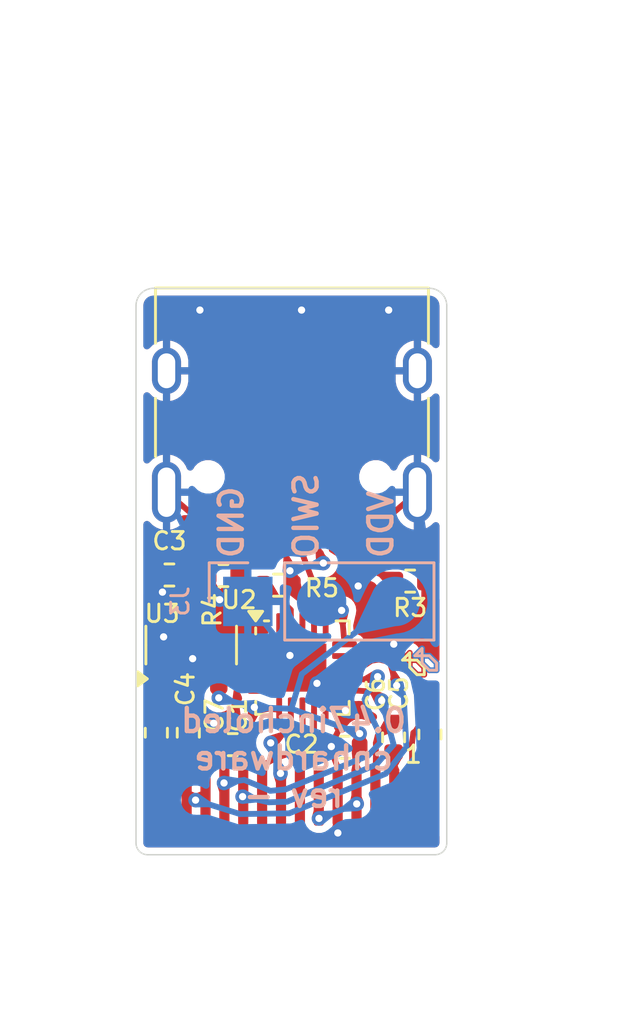
<source format=kicad_pcb>
(kicad_pcb (version 20240108) (generator "pcbnew") (generator_version "8.0")
  (layers (0 "F.Cu" signal) (31 "B.Cu" signal) (34 "B.Paste" user) (35 "F.Paste" user) (36 "B.SilkS" user "B.Silkscreen") (37 "F.SilkS" user "F.Silkscreen") (38 "B.Mask" user) (39 "F.Mask" user) (44 "Edge.Cuts" user))
  (net 0 "")
  (net 1 "VDD")
  (net 2 "GND")
  (net 3 "+5V")
  (net 4 "Net-(U1-VCC)")
  (net 5 "Net-(U1-C2N)")
  (net 6 "Net-(U1-C2P)")
  (net 7 "Net-(U1-C1P)")
  (net 8 "Net-(U1-C1N)")
  (net 9 "Net-(U1-VCOMH)")
  (net 10 "Net-(J2-CC2)")
  (net 11 "D+")
  (net 12 "D-")
  (net 13 "SBU1")
  (net 14 "Net-(J2-CC1)")
  (net 15 "SBU2")
  (net 16 "SWIO")
  (net 17 "DPU")
  (net 18 "SDA")
  (net 19 "CS")
  (net 20 "DC")
  (net 21 "RST")
  (net 22 "BS1")
  (net 23 "SCL")
  (footprint "Resistor_SMD:R_0402_1005Metric" (layer "F.Cu") (at 145.63 94.71)
    (property "Reference" "C1" (at 0.17 -1.01 90) (layer "F.SilkS") (effects (font (size 0.6 0.6) (thickness 0.1))))
    (property "Value" "1u")
    (fp_line (start -0.153641 -0.38) (end 0.153641 -0.38) (stroke (width 0.1)) (layer "F.SilkS"))
    (fp_line (start -0.153641 0.38) (end 0.153641 0.38) (stroke (width 0.1)) (layer "F.SilkS"))
    (pad "1" smd roundrect (at -0.51 0) (size 0.54 0.64) (layers "F.Cu" "F.Paste" "F.Mask") (net 2 "GND"))
    (pad "2" smd roundrect (at 0.51 0) (size 0.54 0.64) (layers "F.Cu" "F.Paste" "F.Mask") (net 1 "VDD"))
  )
  (footprint "Resistor_SMD:R_0402_1005Metric" (layer "F.Cu") (at 145.31 88.89 180)
    (property "Reference" "R4" (at 0.385 -1.185 90) (layer "F.SilkS") (effects (font (size 0.6 0.6) (thickness 0.1))))
    (property "Value" "5.1k")
    (fp_line (start -0.153641 0.38) (end 0.153641 0.38) (stroke (width 0.1)) (layer "F.SilkS"))
    (fp_line (start -0.153641 -0.38) (end 0.153641 -0.38) (stroke (width 0.1)) (layer "F.SilkS"))
    (pad "1" smd roundrect (at -0.51 0 180) (size 0.54 0.64) (layers "F.Cu" "F.Paste" "F.Mask") (net 10 "Net-(J2-CC2)"))
    (pad "2" smd roundrect (at 0.51 0 180) (size 0.54 0.64) (layers "F.Cu" "F.Paste" "F.Mask") (net 2 "GND"))
  )
  (footprint "Resistor_SMD:R_0402_1005Metric" (layer "F.Cu") (at 143.45 88.87)
    (property "Reference" "C3" (at 0 -1.17 360) (layer "F.SilkS") (effects (font (size 0.6 0.6) (thickness 0.1))))
    (property "Value" "4.7u")
    (fp_line (start -0.153641 -0.38) (end 0.153641 -0.38) (stroke (width 0.1)) (layer "F.SilkS"))
    (fp_line (start -0.153641 0.38) (end 0.153641 0.38) (stroke (width 0.1)) (layer "F.SilkS"))
    (pad "1" smd roundrect (at -0.51 0) (size 0.54 0.64) (layers "F.Cu" "F.Paste" "F.Mask") (net 2 "GND"))
    (pad "2" smd roundrect (at 0.51 0) (size 0.54 0.64) (layers "F.Cu" "F.Paste" "F.Mask") (net 3 "+5V"))
  )
  (footprint "Resistor_SMD:R_0402_1005Metric" (layer "F.Cu") (at 151.74 89.08)
    (property "Reference" "R3" (at 0 0.92 360) (layer "F.SilkS") (effects (font (size 0.6 0.6) (thickness 0.1))))
    (property "Value" "5.1k")
    (fp_line (start -0.153641 -0.38) (end 0.153641 -0.38) (stroke (width 0.1)) (layer "F.SilkS"))
    (fp_line (start -0.153641 0.38) (end 0.153641 0.38) (stroke (width 0.1)) (layer "F.SilkS"))
    (pad "1" smd roundrect (at -0.51 0) (size 0.54 0.64) (layers "F.Cu" "F.Paste" "F.Mask") (net 14 "Net-(J2-CC1)"))
    (pad "2" smd roundrect (at 0.51 0) (size 0.54 0.64) (layers "F.Cu" "F.Paste" "F.Mask") (net 2 "GND"))
  )
  (footprint "Resistor_SMD:R_0402_1005Metric" (layer "F.Cu") (at 144.1 94.3 90)
    (property "Reference" "C7" (at 0.6 0.9 90) (layer "F.SilkS") (effects (font (size 0.6 0.6) (thickness 0.1))))
    (property "Value" "1u")
    (fp_line (start -0.153641 -0.38) (end 0.153641 -0.38) (stroke (width 0.1)) (layer "F.SilkS"))
    (fp_line (start -0.153641 0.38) (end 0.153641 0.38) (stroke (width 0.1)) (layer "F.SilkS"))
    (pad "1" smd roundrect (at -0.51 0 90) (size 0.54 0.64) (layers "F.Cu" "F.Paste" "F.Mask") (net 9 "Net-(U1-VCOMH)"))
    (pad "2" smd roundrect (at 0.51 0 90) (size 0.54 0.64) (layers "F.Cu" "F.Paste" "F.Mask") (net 2 "GND"))
  )
  (footprint "Resistor_SMD:R_0402_1005Metric" (layer "F.Cu") (at 151.17 94.46 90)
    (property "Reference" "C6" (at 1.485 -0.62 90) (layer "F.SilkS") (effects (font (size 0.6 0.6) (thickness 0.1))))
    (property "Value" "1u")
    (fp_line (start -0.153641 -0.38) (end 0.153641 -0.38) (stroke (width 0.1)) (layer "F.SilkS"))
    (fp_line (start -0.153641 0.38) (end 0.153641 0.38) (stroke (width 0.1)) (layer "F.SilkS"))
    (pad "1" smd roundrect (at -0.51 0 90) (size 0.54 0.64) (layers "F.Cu" "F.Paste" "F.Mask") (net 7 "Net-(U1-C1P)"))
    (pad "2" smd roundrect (at 0.51 0 90) (size 0.54 0.64) (layers "F.Cu" "F.Paste" "F.Mask") (net 8 "Net-(U1-C1N)"))
  )
  (footprint "Resistor_SMD:R_0402_1005Metric" (layer "F.Cu") (at 152.42 94.36 -90)
    (property "Reference" "C5" (at -1.41 1.07 90) (layer "F.SilkS") (effects (font (size 0.6 0.6) (thickness 0.1))))
    (property "Value" "1u")
    (fp_line (start -0.153641 0.38) (end 0.153641 0.38) (stroke (width 0.1)) (layer "F.SilkS"))
    (fp_line (start -0.153641 -0.38) (end 0.153641 -0.38) (stroke (width 0.1)) (layer "F.SilkS"))
    (pad "1" smd roundrect (at -0.51 0 270) (size 0.54 0.64) (layers "F.Cu" "F.Paste" "F.Mask") (net 5 "Net-(U1-C2N)"))
    (pad "2" smd roundrect (at 0.51 0 270) (size 0.54 0.64) (layers "F.Cu" "F.Paste" "F.Mask") (net 6 "Net-(U1-C2P)"))
  )
  (footprint "Resistor_SMD:R_0402_1005Metric" (layer "F.Cu") (at 149.49 94.8)
    (property "Reference" "C2" (at -1.49 -0.1 360) (layer "F.SilkS") (effects (font (size 0.6 0.6) (thickness 0.1))))
    (property "Value" "1u")
    (fp_line (start -0.153641 -0.38) (end 0.153641 -0.38) (stroke (width 0.1)) (layer "F.SilkS"))
    (fp_line (start -0.153641 0.38) (end 0.153641 0.38) (stroke (width 0.1)) (layer "F.SilkS"))
    (pad "1" smd roundrect (at -0.51 0) (size 0.54 0.64) (layers "F.Cu" "F.Paste" "F.Mask") (net 2 "GND"))
    (pad "2" smd roundrect (at 0.51 0) (size 0.54 0.64) (layers "F.Cu" "F.Paste" "F.Mask") (net 1 "VDD"))
  )
  (footprint "cnhardware:P0.65mm_16_pin_OLED_FLEX_CONTACT" (layer "F.Cu") (at 142.7425 100.4 -90)
    (property "Reference" "U1" (hide yes))
    (property "Value" "~")
    (pad "1" smd roundrect (at -3.9 -9.75 270) (size 2 0.35) (layers "F.Cu" "F.Paste" "F.Mask") (net 6 "Net-(U1-C2P)"))
    (pad "2" smd roundrect (at -3.9 -9.1 270) (size 2 0.35) (layers "F.Cu" "F.Paste" "F.Mask") (net 5 "Net-(U1-C2N)"))
    (pad "3" smd roundrect (at -3.9 -8.45 270) (size 2 0.35) (layers "F.Cu" "F.Paste" "F.Mask") (net 7 "Net-(U1-C1P)"))
    (pad "4" smd roundrect (at -3.9 -7.8 270) (size 2 0.35) (layers "F.Cu" "F.Paste" "F.Mask") (net 8 "Net-(U1-C1N)"))
    (pad "5" smd roundrect (at -3.9 -7.15 270) (size 2 0.35) (layers "F.Cu" "F.Paste" "F.Mask") (net 1 "VDD"))
    (pad "6" smd roundrect (at -3.9 -6.5 270) (size 2 0.35) (layers "F.Cu" "F.Paste" "F.Mask") (net 2 "GND"))
    (pad "7" smd roundrect (at -3.9 -5.85 270) (size 2 0.35) (layers "F.Cu" "F.Paste" "F.Mask") (net 1 "VDD"))
    (pad "8" smd roundrect (at -3.9 -5.2 270) (size 2 0.35) (layers "F.Cu" "F.Paste" "F.Mask") (net 22 "BS1"))
    (pad "9" smd roundrect (at -3.9 -4.55 270) (size 2 0.35) (layers "F.Cu" "F.Paste" "F.Mask") (net 19 "CS"))
    (pad "10" smd roundrect (at -3.9 -3.9 270) (size 2 0.35) (layers "F.Cu" "F.Paste" "F.Mask") (net 21 "RST"))
    (pad "11" smd roundrect (at -3.9 -3.25 270) (size 2 0.35) (layers "F.Cu" "F.Paste" "F.Mask") (net 20 "DC"))
    (pad "12" smd roundrect (at -3.9 -2.6 270) (size 2 0.35) (layers "F.Cu" "F.Paste" "F.Mask") (net 23 "SCL"))
    (pad "13" smd roundrect (at -3.9 -1.95 270) (size 2 0.35) (layers "F.Cu" "F.Paste" "F.Mask") (net 18 "SDA"))
    (pad "14" smd roundrect (at -3.9 -1.3 270) (size 2 0.35) (layers "F.Cu" "F.Paste" "F.Mask") (net 18 "SDA"))
    (pad "15" smd roundrect (at -3.9 -0.65 270) (size 2 0.35) (layers "F.Cu" "F.Paste" "F.Mask") (net 9 "Net-(U1-VCOMH)"))
    (pad "16" smd roundrect (at -3.9 0 270) (size 2 0.35) (layers "F.Cu" "F.Paste" "F.Mask") (net 4 "Net-(U1-VCC)"))
  )
  (footprint "Package_DFN_QFN:QFN-20-1EP_3x3mm_P0.4mm_EP1.65x1.65mm" (layer "F.Cu") (at 148.03 92.06)
    (property "Reference" "U2" (at -2.18 -2.335 0) (layer "F.SilkS") (effects (font (size 0.6 0.6) (thickness 0.1))))
    (property "Value" "CH32V003F4U6")
    (fp_line (start -1.61 -1.16) (end -1.61 -1.37) (stroke (width 0.1)) (layer "F.SilkS"))
    (fp_line (start -1.61 1.61) (end -1.61 1.16) (stroke (width 0.1)) (layer "F.SilkS"))
    (fp_line (start -1.16 -1.61) (end -1.31 -1.61) (stroke (width 0.1)) (layer "F.SilkS"))
    (fp_line (start -1.16 1.61) (end -1.61 1.61) (stroke (width 0.1)) (layer "F.SilkS"))
    (fp_line (start 1.16 -1.61) (end 1.61 -1.61) (stroke (width 0.1)) (layer "F.SilkS"))
    (fp_line (start 1.16 1.61) (end 1.61 1.61) (stroke (width 0.1)) (layer "F.SilkS"))
    (fp_line (start 1.61 -1.61) (end 1.61 -1.16) (stroke (width 0.1)) (layer "F.SilkS"))
    (fp_line (start 1.61 1.61) (end 1.61 1.16) (stroke (width 0.1)) (layer "F.SilkS"))
    (fp_poly (pts (xy -1.61 -1.61) (xy -1.85 -1.94) (xy -1.37 -1.94) (xy -1.61 -1.61)) (stroke (width 0.1)) (fill solid) (layer "F.SilkS"))
    (pad "1" smd roundrect (at -1.45 -0.8) (size 0.85 0.2) (layers "F.Cu" "F.Paste" "F.Mask"))
    (pad "2" smd roundrect (at -1.45 -0.4) (size 0.85 0.2) (layers "F.Cu" "F.Paste" "F.Mask"))
    (pad "3" smd roundrect (at -1.45 0) (size 0.85 0.2) (layers "F.Cu" "F.Paste" "F.Mask"))
    (pad "4" smd roundrect (at -1.45 0.4) (size 0.85 0.2) (layers "F.Cu" "F.Paste" "F.Mask") (net 2 "GND"))
    (pad "5" smd roundrect (at -1.45 0.8) (size 0.85 0.2) (layers "F.Cu" "F.Paste" "F.Mask"))
    (pad "6" smd roundrect (at -0.8 1.45) (size 0.2 0.85) (layers "F.Cu" "F.Paste" "F.Mask") (net 1 "VDD"))
    (pad "7" smd roundrect (at -0.4 1.45) (size 0.2 0.85) (layers "F.Cu" "F.Paste" "F.Mask") (net 19 "CS"))
    (pad "8" smd roundrect (at 0 1.45) (size 0.2 0.85) (layers "F.Cu" "F.Paste" "F.Mask") (net 21 "RST"))
    (pad "9" smd roundrect (at 0.4 1.45) (size 0.2 0.85) (layers "F.Cu" "F.Paste" "F.Mask") (net 22 "BS1"))
    (pad "10" smd roundrect (at 0.8 1.45) (size 0.2 0.85) (layers "F.Cu" "F.Paste" "F.Mask"))
    (pad "11" smd roundrect (at 1.45 0.8) (size 0.85 0.2) (layers "F.Cu" "F.Paste" "F.Mask") (net 20 "DC"))
    (pad "12" smd roundrect (at 1.45 0.4) (size 0.85 0.2) (layers "F.Cu" "F.Paste" "F.Mask") (net 23 "SCL"))
    (pad "13" smd roundrect (at 1.45 0) (size 0.85 0.2) (layers "F.Cu" "F.Paste" "F.Mask") (net 18 "SDA"))
    (pad "14" smd roundrect (at 1.45 -0.4) (size 0.85 0.2) (layers "F.Cu" "F.Paste" "F.Mask"))
    (pad "15" smd roundrect (at 1.45 -0.8) (size 0.85 0.2) (layers "F.Cu" "F.Paste" "F.Mask") (net 16 "SWIO"))
    (pad "16" smd roundrect (at 0.8 -1.45) (size 0.2 0.85) (layers "F.Cu" "F.Paste" "F.Mask"))
    (pad "17" smd roundrect (at 0.4 -1.45) (size 0.2 0.85) (layers "F.Cu" "F.Paste" "F.Mask") (net 11 "D+"))
    (pad "18" smd roundrect (at 0 -1.45) (size 0.2 0.85) (layers "F.Cu" "F.Paste" "F.Mask") (net 12 "D-"))
    (pad "19" smd roundrect (at -0.4 -1.45) (size 0.2 0.85) (layers "F.Cu" "F.Paste" "F.Mask") (net 17 "DPU"))
    (pad "20" smd roundrect (at -0.8 -1.45) (size 0.2 0.85) (layers "F.Cu" "F.Paste" "F.Mask"))
    (pad "21" smd rect (at 0 0) (size 1.65 1.65) (property pad_prop_heatsink) (layers "F.Cu" "F.Mask") (net 2 "GND"))
  )
  (footprint "Package_TO_SOT_SMD:SOT-23" (layer "F.Cu") (at 144.2 91.2825 90)
    (property "Reference" "U3" (at 1.0825 -1 0) (layer "F.SilkS") (effects (font (size 0.6 0.6) (thickness 0.1))))
    (property "Value" "XC6206P332MR-G")
    (fp_line (start 0 -1.56) (end -0.65 -1.560001) (stroke (width 0.1)) (layer "F.SilkS"))
    (fp_line (start 0 -1.56) (end 0.650001 -1.56) (stroke (width 0.1)) (layer "F.SilkS"))
    (fp_line (start 0 1.56) (end -0.650001 1.56) (stroke (width 0.1)) (layer "F.SilkS"))
    (fp_line (start 0 1.56) (end 0.65 1.560001) (stroke (width 0.1)) (layer "F.SilkS"))
    (fp_poly (pts (xy -1.162501 -1.51) (xy -1.4025 -1.84) (xy -0.922499 -1.84) (xy -1.162501 -1.51)) (stroke (width 0.1)) (fill solid) (layer "F.SilkS"))
    (pad "1" smd roundrect (at -0.9375 -0.95 90) (size 1.475 0.6) (layers "F.Cu" "F.Paste" "F.Mask") (net 2 "GND"))
    (pad "2" smd roundrect (at -0.9375 0.95 90) (size 1.475 0.6) (layers "F.Cu" "F.Paste" "F.Mask") (net 1 "VDD"))
    (pad "3" smd roundrect (at 0.9375 0 90) (size 1.475 0.6) (layers "F.Cu" "F.Paste" "F.Mask") (net 3 "+5V"))
  )
  (footprint "Resistor_SMD:R_0402_1005Metric" (layer "F.Cu") (at 147.19 89.22)
    (property "Reference" "R5" (at 1.51 0.1 0) (layer "F.SilkS") (effects (font (size 0.6 0.6) (thickness 0.1))))
    (property "Value" "1.5k")
    (fp_line (start -0.153641 -0.38) (end 0.153641 -0.38) (stroke (width 0.1)) (layer "F.SilkS"))
    (fp_line (start -0.153641 0.38) (end 0.153641 0.38) (stroke (width 0.1)) (layer "F.SilkS"))
    (pad "1" smd roundrect (at -0.51 0) (size 0.54 0.64) (layers "F.Cu" "F.Paste" "F.Mask") (net 17 "DPU"))
    (pad "2" smd roundrect (at 0.51 0) (size 0.54 0.64) (layers "F.Cu" "F.Paste" "F.Mask") (net 12 "D-"))
  )
  (footprint "Resistor_SMD:R_0402_1005Metric" (layer "F.Cu") (at 143 94.3 90)
    (property "Reference" "C4" (at 1.5 1 90) (layer "F.SilkS") (effects (font (size 0.6 0.6) (thickness 0.1))))
    (property "Value" "1u")
    (fp_line (start -0.153641 -0.38) (end 0.153641 -0.38) (stroke (width 0.1)) (layer "F.SilkS"))
    (fp_line (start -0.153641 0.38) (end 0.153641 0.38) (stroke (width 0.1)) (layer "F.SilkS"))
    (pad "1" smd roundrect (at -0.51 0 90) (size 0.54 0.64) (layers "F.Cu" "F.Paste" "F.Mask") (net 4 "Net-(U1-VCC)"))
    (pad "2" smd roundrect (at 0.51 0 90) (size 0.54 0.64) (layers "F.Cu" "F.Paste" "F.Mask") (net 2 "GND"))
  )
  (footprint "Connector_USB:USB_C_Receptacle_HRO_TYPE-C-31-M-12" (layer "F.Cu") (at 147.67 82.89 180)
    (property "Reference" "J2" (hide yes))
    (property "Value" "USB_C_Receptacle_USB2.0")
    (fp_line (start 4.7 2) (end 4.7 3.9) (stroke (width 0.1)) (layer "F.SilkS"))
    (fp_line (start 4.7 -1.9) (end 4.699999 0.1) (stroke (width 0.1)) (layer "F.SilkS"))
    (fp_line (start -4.7 3.9) (end 4.7 3.9) (stroke (width 0.1)) (layer "F.SilkS"))
    (fp_line (start -4.7 2) (end -4.7 3.9) (stroke (width 0.1)) (layer "F.SilkS"))
    (fp_line (start -4.7 -1.9) (end -4.7 0.100001) (stroke (width 0.1)) (layer "F.SilkS"))
    (pad "" np_thru_hole circle (at -2.89 -2.6 180) (size 0.65 0.65) (drill 0.65) (layers "*.Cu" "*.Mask"))
    (pad "" np_thru_hole circle (at 2.89 -2.6 180) (size 0.65 0.65) (drill 0.65) (layers "*.Cu" "*.Mask"))
    (pad "A1" smd rect (at -3.25 -4.045 180) (size 0.6 1.45) (layers "F.Cu" "F.Paste" "F.Mask") (net 2 "GND"))
    (pad "A4" smd rect (at -2.45 -4.045 180) (size 0.6 1.45) (layers "F.Cu" "F.Paste" "F.Mask") (net 3 "+5V"))
    (pad "A5" smd rect (at -1.25 -4.045 180) (size 0.3 1.45) (layers "F.Cu" "F.Paste" "F.Mask") (net 14 "Net-(J2-CC1)"))
    (pad "A6" smd rect (at -0.25 -4.045 180) (size 0.3 1.45) (layers "F.Cu" "F.Paste" "F.Mask") (net 11 "D+"))
    (pad "A7" smd rect (at 0.25 -4.045 180) (size 0.3 1.45) (layers "F.Cu" "F.Paste" "F.Mask") (net 12 "D-"))
    (pad "A8" smd rect (at 1.25 -4.045 180) (size 0.3 1.45) (layers "F.Cu" "F.Paste" "F.Mask") (net 13 "SBU1"))
    (pad "A9" smd rect (at 2.45 -4.045 180) (size 0.6 1.45) (layers "F.Cu" "F.Paste" "F.Mask") (net 3 "+5V"))
    (pad "A12" smd rect (at 3.25 -4.045 180) (size 0.6 1.45) (layers "F.Cu" "F.Paste" "F.Mask") (net 2 "GND"))
    (pad "B1" smd rect (at 3.25 -4.045 180) (size 0.6 1.45) (layers "F.Cu" "F.Paste" "F.Mask") (net 2 "GND"))
    (pad "B4" smd rect (at 2.45 -4.045 180) (size 0.6 1.45) (layers "F.Cu" "F.Paste" "F.Mask") (net 3 "+5V"))
    (pad "B5" smd rect (at 1.749999 -4.045 180) (size 0.3 1.45) (layers "F.Cu" "F.Paste" "F.Mask") (net 10 "Net-(J2-CC2)"))
    (pad "B6" smd rect (at 0.75 -4.045 180) (size 0.3 1.45) (layers "F.Cu" "F.Paste" "F.Mask") (net 11 "D+"))
    (pad "B7" smd rect (at -0.75 -4.045 180) (size 0.3 1.45) (layers "F.Cu" "F.Paste" "F.Mask") (net 12 "D-"))
    (pad "B8" smd rect (at -1.749999 -4.045 180) (size 0.3 1.45) (layers "F.Cu" "F.Paste" "F.Mask") (net 15 "SBU2"))
    (pad "B9" smd rect (at -2.45 -4.045 180) (size 0.6 1.45) (layers "F.Cu" "F.Paste" "F.Mask") (net 3 "+5V"))
    (pad "B12" smd rect (at -3.25 -4.045 180) (size 0.6 1.45) (layers "F.Cu" "F.Paste" "F.Mask") (net 2 "GND"))
    (pad "S1" thru_hole oval (at -4.32 -3.130001 180) (size 1 2.1) (drill oval 0.6 1.7) (layers "*.Cu" "*.Mask") (net 2 "GND"))
    (pad "S1" thru_hole oval (at -4.32 1.05 180) (size 1 1.6) (drill oval 0.6 1.2) (layers "*.Cu" "*.Mask") (net 2 "GND"))
    (pad "S1" thru_hole oval (at 4.32 -3.130001 180) (size 1 2.1) (drill oval 0.6 1.7) (layers "*.Cu" "*.Mask") (net 2 "GND"))
    (pad "S1" thru_hole oval (at 4.32 1.05 180) (size 1 1.6) (drill oval 0.6 1.2) (layers "*.Cu" "*.Mask") (net 2 "GND"))
  )
  (footprint "Connector_PinHeader_2.54mm:PinHeader_1x03_P2.54mm_Vertical" (layer "B.Cu") (at 146.15 89.78 -90)
    (property "Reference" "J3" (at 0 2.33 90) (layer "B.SilkS") (effects (font (size 0.6 0.6) (thickness 0.1)) (justify mirror)))
    (property "Value" "PGM")
    (fp_line (start -1.33 1.33) (end -1.33 0) (stroke (width 0.1)) (layer "B.SilkS"))
    (fp_line (start 0 1.33) (end -1.33 1.33) (stroke (width 0.1)) (layer "B.SilkS"))
    (fp_line (start 1.33 -1.27) (end -1.33 -1.27) (stroke (width 0.1)) (layer "B.SilkS"))
    (fp_line (start -1.33 -6.41) (end -1.33 -1.27) (stroke (width 0.1)) (layer "B.SilkS"))
    (fp_line (start 1.33 -6.41) (end 1.33 -1.27) (stroke (width 0.1)) (layer "B.SilkS"))
    (fp_line (start 1.33 -6.41) (end -1.33 -6.41) (stroke (width 0.1)) (layer "B.SilkS"))
    (pad "1" smd rect (at 0 0 270) (size 1.7 1.7) (layers "B.Cu" "B.Paste" "B.Mask") (net 2 "GND"))
    (pad "2" smd oval (at 0 -2.54 270) (size 1.7 1.7) (layers "B.Cu" "B.Paste" "B.Mask") (net 16 "SWIO"))
    (pad "3" smd oval (at 0 -5.08 270) (size 1.7 1.7) (layers "B.Cu" "B.Paste" "B.Mask") (net 1 "VDD"))
  )
  (gr_line (start 152.4 92.15) (end 152.15 91.9) (stroke (width 0.1)) (layer "B.SilkS"))
  (gr_line (start 152.15 91.9) (end 152.149999 91.399999) (stroke (width 0.1)) (layer "B.SilkS"))
  (gr_line (start 152.4 91.65) (end 152.65 91.9) (stroke (width 0.1)) (layer "B.SilkS"))
  (gr_line (start 152.65 91.9) (end 152.65 92.15) (stroke (width 0.1)) (layer "B.SilkS"))
  (gr_line (start 151.9 91.65) (end 152.4 91.65) (stroke (width 0.1)) (layer "B.SilkS"))
  (gr_line (start 152.65 92.15) (end 152.4 92.15) (stroke (width 0.1)) (layer "B.SilkS"))
  (gr_line (start 152.149999 91.399999) (end 151.9 91.65) (stroke (width 0.1)) (layer "B.SilkS"))
  (gr_line (start 151.975 92.3) (end 152.225 92.3) (stroke (width 0.1)) (layer "F.SilkS"))
  (gr_line (start 151.475 91.799999) (end 151.725 91.55) (stroke (width 0.1)) (layer "F.SilkS"))
  (gr_line (start 151.975 91.8) (end 151.475 91.799999) (stroke (width 0.1)) (layer "F.SilkS"))
  (gr_line (start 151.725 91.55) (end 151.725 92.05) (stroke (width 0.1)) (layer "F.SilkS"))
  (gr_line (start 151.725 92.05) (end 151.975 92.3) (stroke (width 0.1)) (layer "F.SilkS"))
  (gr_line (start 152.225 92.3) (end 152.225 92.05) (stroke (width 0.1)) (layer "F.SilkS"))
  (gr_line (start 152.225 92.05) (end 151.975 91.8) (stroke (width 0.1)) (layer "F.SilkS"))
  (gr_arc (start 142.3 79.6) (mid 142.475736 79.175736) (end 142.9 79) (stroke (width 0.05)) (layer "Edge.Cuts"))
  (gr_arc (start 142.7 98.5) (mid 142.417157 98.382843) (end 142.3 98.1) (stroke (width 0.05)) (layer "Edge.Cuts"))
  (gr_arc (start 152.4 79) (mid 152.824264 79.175736) (end 153 79.6) (stroke (width 0.05)) (layer "Edge.Cuts"))
  (gr_line (start 152.6 98.5) (end 142.7 98.5) (stroke (width 0.05)) (layer "Edge.Cuts"))
  (gr_line (start 142.3 79.6) (end 142.3 93.2) (stroke (width 0.05)) (layer "Edge.Cuts"))
  (gr_line (start 142.3 98.1) (end 142.3 93.2) (stroke (width 0.05)) (layer "Edge.Cuts"))
  (gr_line (start 153 79.6) (end 153 98.1) (stroke (width 0.05)) (layer "Edge.Cuts"))
  (gr_line (start 152.4 79) (end 142.9 79) (stroke (width 0.05)) (layer "Edge.Cuts"))
  (gr_arc (start 153 98.1) (mid 152.882843 98.382843) (end 152.6 98.5) (stroke (width 0.05)) (layer "Edge.Cuts"))
  (gr_text "GND\n\nSWIO\n\nVDD" (at 151.2 88.375 90) (layer "B.SilkS") (effects (font (size 0.8 0.8) (thickness 0.15) (bold yes)) (justify right bottom mirror)))
  (gr_text "0.47incholed\ncnhardware\nrev -" (at 147.725 96.925 0) (layer "B.SilkS") (effects (font (size 0.8 0.8) (thickness 0.15) (bold yes)) (justify bottom mirror)))
  (gr_text "1" (at 151.5 95.4 0) (layer "F.SilkS") (effects (font (size 0.6 0.6) (thickness 0.1) (bold yes)) (justify left bottom)))
  (segment (start 151.975 91.8) (end 152.225 92.05) (width 0.2) (layer "F.Cu") (net 0))
  (segment (start 152.225 92.3) (end 152.225 92.05) (width 0.2) (layer "F.Cu") (net 0))
  (segment (start 151.725 91.55) (end 151.475 91.799999) (width 0.2) (layer "F.Cu") (net 0))
  (segment (start 151.725 92.05) (end 151.725 91.55) (width 0.2) (layer "F.Cu") (net 0))
  (segment (start 152.225 92.3) (end 151.975 92.3) (width 0.2) (layer "F.Cu") (net 0))
  (segment (start 151.975 92.3) (end 151.725 92.05) (width 0.2) (layer "F.Cu") (net 0))
  (segment (start 151.475 91.799999) (end 151.975 91.8) (width 0.2) (layer "F.Cu") (net 0))
  (segment (start 152.149999 91.399999) (end 152.15 91.9) (width 0.2) (layer "B.Cu") (net 0))
  (segment (start 152.65 92.15) (end 152.4 92.15) (width 0.2) (layer "B.Cu") (net 0))
  (segment (start 152.65 91.9) (end 152.4 91.65) (width 0.2) (layer "B.Cu") (net 0))
  (segment (start 152.15 91.9) (end 152.4 92.15) (width 0.2) (layer "B.Cu") (net 0))
  (segment (start 151.9 91.65) (end 152.149999 91.399999) (width 0.2) (layer "B.Cu") (net 0))
  (segment (start 152.65 92.15) (end 152.65 91.9) (width 0.2) (layer "B.Cu") (net 0))
  (segment (start 152.4 91.65) (end 151.9 91.65) (width 0.2) (layer "B.Cu") (net 0))
  (segment (start 145.15 93.1) (end 145.15 92.22) (width 0.2) (layer "F.Cu") (net 1))
  (segment (start 149.92 95.17) (end 150 94.8) (width 0.2) (layer "F.Cu") (net 1))
  (segment (start 149.85 95.41) (end 149.92 95.17) (width 0.2) (layer "F.Cu") (net 1))
  (segment (start 149.87 96.5) (end 149.85 95.41) (width 0.2) (layer "F.Cu") (net 1))
  (segment (start 148.57 96.5) (end 148.6 97.25) (width 0.2) (layer "F.Cu") (net 1))
  (segment (start 146.375 93.425) (end 146.14 94.71) (width 0.2) (layer "F.Cu") (net 1))
  (segment (start 147.23 93.51) (end 146.375 93.425) (width 0.2) (layer "F.Cu") (net 1))
  (segment (start 149.9 96.75) (end 149.87 96.5) (width 0.2) (layer "F.Cu") (net 1))
  (segment (start 150 94.8) (end 150 94.33) (width 0.2) (layer "F.Cu") (net 1))
  (via (at 145.15 93.1) (size 0.5) (drill 0.25) (layers "F.Cu" "B.Cu") (net 1))
  (via (at 149.9 96.75) (size 0.5) (drill 0.25) (layers "F.Cu" "B.Cu") (net 1))
  (via (at 150 94.33) (size 0.5) (drill 0.25) (layers "F.Cu" "B.Cu") (net 1))
  (via (at 146.375 93.425) (size 0.5) (drill 0.25) (layers "F.Cu" "B.Cu") (net 1))
  (via (at 148.6 97.25) (size 0.5) (drill 0.25) (layers "F.Cu" "B.Cu") (net 1))
  (segment (start 148.6 97.25) (end 149.9 96.75) (width 0.2) (layer "B.Cu") (net 1))
  (segment (start 151.23 89.78) (end 148.01 92.28) (width 0.2) (layer "B.Cu") (net 1))
  (segment (start 146.375 93.425) (end 145.15 93.1) (width 0.2) (layer "B.Cu") (net 1))
  (segment (start 148.01 92.28) (end 147.65 93.475) (width 0.2) (layer "B.Cu") (net 1))
  (segment (start 147.65 93.475) (end 146.375 93.425) (width 0.2) (layer "B.Cu") (net 1))
  (segment (start 150 94.33) (end 147.65 93.475) (width 0.2) (layer "B.Cu") (net 1))
  (segment (start 145.78 92.73) (end 146 92.46) (width 0.2) (layer "F.Cu") (net 2))
  (segment (start 148.98 94.8) (end 149.22 95.43) (width 0.2) (layer "F.Cu") (net 2))
  (segment (start 149.22 95.43) (end 149.22 96.5) (width 0.2) (layer "F.Cu") (net 2))
  (segment (start 146 92.46) (end 146.58 92.46) (width 0.2) (layer "F.Cu") (net 2))
  (segment (start 149.25 97.75) (end 149.2425 96.5) (width 0.2) (layer "F.Cu") (net 2))
  (segment (start 143.25 92.22) (end 144.1 93.79) (width 0.2) (layer "F.Cu") (net 2))
  (segment (start 144.1 93.79) (end 145.12 94.71) (width 0.2) (layer "F.Cu") (net 2))
  (segment (start 142.85 88.79) (end 143.21 89.46) (width 0.2) (layer "F.Cu") (net 2))
  (segment (start 145.12 94.71) (end 145.68 93.43) (width 0.2) (layer "F.Cu") (net 2))
  (segment (start 152.25 89.08) (end 151.4 88.01) (width 0.2) (layer "F.Cu") (net 2))
  (segment (start 145.68 93.43) (end 145.78 92.73) (width 0.2) (layer "F.Cu") (net 2))
  (segment (start 149.34 94.09) (end 148.98 94.8) (width 0.2) (layer "F.Cu") (net 2))
  (segment (start 144.42 86.935) (end 143.35 86.020001) (width 0.2) (layer "F.Cu") (net 2))
  (segment (start 148.98 94.8) (end 149.025 94.775) (width 0.2) (layer "F.Cu") (net 2))
  (segment (start 146.58 92.46) (end 147.55 92.45) (width 0.2) (layer "F.Cu") (net 2))
  (segment (start 143 93.025) (end 143.25 92.22) (width 0.2) (layer "F.Cu") (net 2))
  (segment (start 148.53 92.6) (end 147.6 91.64) (width 0.2) (layer "F.Cu") (net 2))
  (segment (start 143 93.79) (end 143 93.025) (width 0.2) (layer "F.Cu") (net 2))
  (segment (start 144.8 88.8) (end 145.18 89.72) (width 0.2) (layer "F.Cu") (net 2))
  (segment (start 149.511918 93.538082) (end 149.34 94.09) (width 0.2) (layer "F.Cu") (net 2))
  (segment (start 151.4 88.01) (end 150.92 86.935) (width 0.2) (layer "F.Cu") (net 2))
  (segment (start 151.99 86.020001) (end 150.92 86.935) (width 0.2) (layer "F.Cu") (net 2))
  (via (at 144.25 91.75) (size 0.5) (drill 0.25) (layers "F.Cu" "B.Cu") (net 2))
  (via (at 144.5 79.75) (size 0.5) (drill 0.25) (layers "F.Cu" "B.Cu") (net 2))
  (via (at 149.25 97.75) (size 0.5) (drill 0.25) (layers "F.Cu" "B.Cu") (net 2))
  (via (at 148 79.75) (size 0.5) (drill 0.25) (layers "F.Cu" "B.Cu") (net 2))
  (via (at 147.6 91.64) (size 0.5) (drill 0.25) (layers "F.Cu" "B.Cu") (net 2))
  (via (at 149.025 94.775) (size 0.5) (drill 0.25) (layers "F.Cu" "B.Cu") (net 2))
  (via (at 143.25 91) (size 0.5) (drill 0.25) (layers "F.Cu" "B.Cu") (net 2))
  (via (at 149.95 89.25) (size 0.5) (drill 0.25) (layers "F.Cu" "B.Cu") (net 2))
  (via (at 144.975 93.975) (size 0.5) (drill 0.25) (layers "F.Cu" "B.Cu") (net 2))
  (via (at 145.18 89.72) (size 0.5) (drill 0.25) (layers "F.Cu" "B.Cu") (net 2))
  (via (at 149.511918 93.538082) (size 0.5) (drill 0.25) (layers "F.Cu" "B.Cu") (net 2))
  (via (at 151.175 91.25) (size 0.5) (drill 0.25) (layers "F.Cu" "B.Cu") (net 2))
  (via (at 151 79.75) (size 0.5) (drill 0.25) (layers "F.Cu" "B.Cu") (net 2))
  (via (at 148.53 92.6) (size 0.5) (drill 0.25) (layers "F.Cu" "B.Cu") (net 2))
  (via (at 143.21 89.46) (size 0.5) (drill 0.25) (layers "F.Cu" "B.Cu") (net 2))
  (segment (start 149.511918 93.538082) (end 148.53 92.6) (width 0.2) (layer "B.Cu") (net 2))
  (segment (start 143.21 89.46) (end 145.18 89.72) (width 0.2) (layer "B.Cu") (net 2))
  (segment (start 143.35 81.84) (end 143.35 86.020001) (width 0.2) (layer "B.Cu") (net 2))
  (segment (start 152.29 90.79) (end 152.59 89.93) (width 0.2) (layer "B.Cu") (net 2))
  (segment (start 152.59 89.93) (end 151.99 86.020001) (width 0.2) (layer "B.Cu") (net 2))
  (segment (start 151.175 91.25) (end 152.29 90.79) (width 0.2) (layer "B.Cu") (net 2))
  (segment (start 145.18 89.72) (end 146.15 89.78) (width 0.2) (layer "B.Cu") (net 2))
  (segment (start 151.99 86.020001) (end 151.99 81.84) (width 0.2) (layer "B.Cu") (net 2))
  (segment (start 145.18 89.72) (end 143.35 86.020001) (width 0.2) (layer "B.Cu") (net 2))
  (segment (start 146.15 89.78) (end 147.6 91.64) (width 0.2) (layer "B.Cu") (net 2))
  (segment (start 148.53 92.6) (end 151.175 91.25) (width 0.2) (layer "B.Cu") (net 2))
  (segment (start 144.35 88.24) (end 144.9 88.11) (width 0.2) (layer "F.Cu") (net 3))
  (segment (start 148.09 85.38) (end 149.49 85.69) (width 0.2) (layer "F.Cu") (net 3))
  (segment (start 145.16 87.89) (end 145.22 86.935) (width 0.2) (layer "F.Cu") (net 3))
  (segment (start 145.69 85.65) (end 146.57 85.42) (width 0.2) (layer "F.Cu") (net 3))
  (segment (start 150.07 85.99) (end 150.12 86.935) (width 0.2) (layer "F.Cu") (net 3))
  (segment (start 145.22 86.935) (end 145.37 86.12) (width 0.2) (layer "F.Cu") (net 3))
  (segment (start 143.87 88.79) (end 144.2 90.345) (width 0.2) (layer "F.Cu") (net 3))
  (segment (start 145.37 86.12) (end 145.69 85.65) (width 0.2) (layer "F.Cu") (net 3))
  (segment (start 149.49 85.69) (end 150.07 85.99) (width 0.2) (layer "F.Cu") (net 3))
  (segment (start 146.57 85.42) (end 148.09 85.38) (width 0.2) (layer "F.Cu") (net 3))
  (segment (start 143.87 88.79) (end 144.35 88.24) (width 0.2) (layer "F.Cu") (net 3))
  (segment (start 144.9 88.11) (end 145.16 87.89) (width 0.2) (layer "F.Cu") (net 3))
  (segment (start 142.78 95.42) (end 143 94.81) (width 0.2) (layer "F.Cu") (net 4))
  (segment (start 142.72 96.5) (end 142.78 95.42) (width 0.2) (layer "F.Cu") (net 4))
  (segment (start 151.8 94.68) (end 151.85 94.3) (width 0.2) (layer "F.Cu") (net 5))
  (segment (start 151.85 94.3) (end 152.42 93.85) (width 0.2) (layer "F.Cu") (net 5))
  (segment (start 151.82 96.5) (end 151.8 94.68) (width 0.2) (layer "F.Cu") (net 5))
  (segment (start 152.47 96.5) (end 152.42 94.87) (width 0.2) (layer "F.Cu") (net 6))
  (segment (start 151.17 96.5) (end 151.17 94.97) (width 0.2) (layer "F.Cu") (net 7))
  (segment (start 150.62 94.41) (end 151.17 93.95) (width 0.2) (layer "F.Cu") (net 8))
  (segment (start 150.56 94.65) (end 150.62 94.41) (width 0.2) (layer "F.Cu") (net 8))
  (segment (start 150.56 95.19) (end 150.56 94.65) (width 0.2) (layer "F.Cu") (net 8))
  (segment (start 150.52 96.5) (end 150.56 95.19) (width 0.2) (layer "F.Cu") (net 8))
  (segment (start 143.38 95.5) (end 143.57 95.25) (width 0.2) (layer "F.Cu") (net 9))
  (segment (start 143.57 95.25) (end 144.1 94.81) (width 0.2) (layer "F.Cu") (net 9))
  (segment (start 143.37 96.5) (end 143.38 95.5) (width 0.2) (layer "F.Cu") (net 9))
  (segment (start 145.9 87.97) (end 145.920001 86.935) (width 0.2) (layer "F.Cu") (net 10))
  (segment (start 145.82 88.8) (end 145.9 87.97) (width 0.2) (layer "F.Cu") (net 10))
  (segment (start 147.6 85.85) (end 147.88 85.91) (width 0.2) (layer "F.Cu") (net 11))
  (segment (start 147.88 85.91) (end 147.93 86.01) (width 0.2) (layer "F.Cu") (net 11))
  (segment (start 148.42 89.18) (end 147.99 88.04) (width 0.2) (layer "F.Cu") (net 11))
  (segment (start 146.91 86.02) (end 147.13 85.87) (width 0.2) (layer "F.Cu") (net 11))
  (segment (start 147.93 86.01) (end 147.92 86.935) (width 0.2) (layer "F.Cu") (net 11))
  (segment (start 147.13 85.87) (end 147.6 85.85) (width 0.2) (layer "F.Cu") (net 11))
  (segment (start 147.99 88.04) (end 147.92 86.935) (width 0.2) (layer "F.Cu") (net 11))
  (segment (start 148.43 90.61) (end 148.42 89.18) (width 0.2) (layer "F.Cu") (net 11))
  (segment (start 146.92 86.935) (end 146.91 86.02) (width 0.2) (layer "F.Cu") (net 11))
  (segment (start 148.03 89.81) (end 148.03 90.61) (width 0.2) (layer "F.Cu") (net 12))
  (segment (start 147.43 88.07) (end 147.42 86.935) (width 0.2) (layer "F.Cu") (net 12))
  (segment (start 147.7 89.22) (end 148.03 89.81) (width 0.2) (layer "F.Cu") (net 12))
  (segment (start 147.6 88.725) (end 147.538 88.53) (width 0.2) (layer "F.Cu") (net 12))
  (segment (start 148.44 87.64) (end 148.42 86.935) (width 0.2) (layer "F.Cu") (net 12))
  (segment (start 147.538 88.53) (end 147.7 89.22) (width 0.2) (layer "F.Cu") (net 12))
  (segment (start 147.6 88.725) (end 147.43 88.07) (width 0.2) (layer "F.Cu") (net 12))
  (segment (start 148.75 88.46) (end 148.44 87.64) (width 0.2) (layer "F.Cu") (net 12))
  (via (at 148.75 88.46) (size 0.5) (drill 0.25) (layers "F.Cu" "B.Cu") (net 12))
  (via (at 147.6 88.725) (size 0.5) (drill 0.25) (layers "F.Cu" "B.Cu") (net 12))
  (segment (start 147.6 88.725) (end 148.75 88.46) (width 0.2) (layer "B.Cu") (net 12))
  (segment (start 148.979999 87.69) (end 149.04 88) (width 0.2) (layer "F.Cu") (net 14))
  (segment (start 149.43 88.25) (end 151.23 89.08) (width 0.2) (layer "F.Cu") (net 14))
  (segment (start 149.04 88) (end 149.43 88.25) (width 0.2) (layer "F.Cu") (net 14))
  (segment (start 148.92 86.935) (end 148.979999 87.69) (width 0.2) (layer "F.Cu") (net 14))
  (segment (start 149.48 91.26) (end 149.38 90.09) (width 0.2) (layer "F.Cu") (net 16))
  (via (at 149.38 90.09) (size 0.5) (drill 0.25) (layers "F.Cu" "B.Cu") (net 16))
  (segment (start 149.38 90.09) (end 148.69 89.78) (width 0.2) (layer "B.Cu") (net 16))
  (segment (start 147.25 89.7) (end 147.63 90.07) (width 0.2) (layer "F.Cu") (net 17))
  (segment (start 146.68 89.22) (end 147.25 89.7) (width 0.2) (layer "F.Cu") (net 17))
  (segment (start 147.63 90.07) (end 147.63 90.61) (width 0.2) (layer "F.Cu") (net 17))
  (segment (start 151.275 92.675) (end 151.04 91.87) (width 0.2) (layer "F.Cu") (net 18))
  (segment (start 151.04 91.87) (end 150.67 91.78) (width 0.2) (layer "F.Cu") (net 18))
  (segment (start 144.02 96.5) (end 144.36 96.5) (width 0.2) (layer "F.Cu") (net 18))
  (segment (start 149.9 92.06) (end 149.48 92.06) (width 0.2) (layer "F.Cu") (net 18))
  (segment (start 150.67 91.78) (end 150.41 91.82) (width 0.2) (layer "F.Cu") (net 18))
  (segment (start 144.36 96.5) (end 144.67 96.5) (width 0.2) (layer "F.Cu") (net 18))
  (segment (start 150.2 91.96) (end 149.9 92.06) (width 0.2) (layer "F.Cu") (net 18))
  (segment (start 144.36 96.5) (end 144.35 96.62) (width 0.2) (layer "F.Cu") (net 18))
  (segment (start 150.41 91.82) (end 150.2 91.96) (width 0.2) (layer "F.Cu") (net 18))
  (via (at 144.35 96.62) (size 0.5) (drill 0.25) (layers "F.Cu" "B.Cu") (net 18))
  (via (at 151.275 92.675) (size 0.5) (drill 0.25) (layers "F.Cu" "B.Cu") (net 18))
  (segment (start 145.88 97.1) (end 144.35 96.62) (width 0.2) (layer "B.Cu") (net 18))
  (segment (start 151.52 93.06) (end 151.61 94.8) (width 0.2) (layer "B.Cu") (net 18))
  (segment (start 147.575 97.075) (end 145.88 97.1) (width 0.2) (layer "B.Cu") (net 18))
  (segment (start 150.9 95.71) (end 147.575 97.075) (width 0.2) (layer "B.Cu") (net 18))
  (segment (start 151.61 94.8) (end 150.9 95.71) (width 0.2) (layer "B.Cu") (net 18))
  (segment (start 151.275 92.675) (end 151.52 93.06) (width 0.2) (layer "B.Cu") (net 18))
  (segment (start 146.936932 94.65) (end 147.53 94.23) (width 0.2) (layer "F.Cu") (net 19))
  (segment (start 147.27 96.5) (end 147.275 95.7) (width 0.2) (layer "F.Cu") (net 19))
  (segment (start 147.63 94.05) (end 147.63 93.51) (width 0.2) (layer "F.Cu") (net 19))
  (segment (start 147.53 94.23) (end 147.63 94.05) (width 0.2) (layer "F.Cu") (net 19))
  (via (at 146.936932 94.65) (size 0.5) (drill 0.25) (layers "F.Cu" "B.Cu") (net 19))
  (via (at 147.275 95.7) (size 0.5) (drill 0.25) (layers "F.Cu" "B.Cu") (net 19))
  (segment (start 146.936932 94.65) (end 147.275 95.7) (width 0.2) (layer "B.Cu") (net 19))
  (segment (start 150.47 92.89) (end 149.93 92.85) (width 0.2) (layer "F.Cu") (net 20))
  (segment (start 149.93 92.85) (end 149.48 92.86) (width 0.2) (layer "F.Cu") (net 20))
  (segment (start 150.76 93.19) (end 150.47 92.89) (width 0.2) (layer "F.Cu") (net 20))
  (via (at 145.97 96.5) (size 0.5) (drill 0.25) (layers "F.Cu" "B.Cu") (net 20))
  (via (at 150.76 93.19) (size 0.5) (drill 0.25) (layers "F.Cu" "B.Cu") (net 20))
  (segment (start 150.76 93.19) (end 151.17 94.71) (width 0.2) (layer "B.Cu") (net 20))
  (segment (start 151.17 94.71) (end 150.57 95.4) (width 0.2) (layer "B.Cu") (net 20))
  (segment (start 147.5 96.675) (end 146.874562 96.695288) (width 0.2) (layer "B.Cu") (net 20))
  (segment (start 146.874562 96.695288) (end 145.97 96.5) (width 0.2) (layer "B.Cu") (net 20))
  (segment (start 150.57 95.4) (end 147.5 96.675) (width 0.2) (layer "B.Cu") (net 20))
  (segment (start 147.97046 94.437164) (end 147.8 94.85) (width 0.2) (layer "F.Cu") (net 21))
  (segment (start 147.55 95.025) (end 147.1 95.175) (width 0.2) (layer "F.Cu") (net 21))
  (segment (start 148.04 94.12) (end 147.97046 94.437164) (width 0.2) (layer "F.Cu") (net 21))
  (segment (start 147.8 94.85) (end 147.55 95.025) (width 0.2) (layer "F.Cu") (net 21))
  (segment (start 146.625 95.45) (end 146.62 96.5) (width 0.2) (layer "F.Cu") (net 21))
  (segment (start 147.1 95.175) (end 146.625 95.45) (width 0.2) (layer "F.Cu") (net 21))
  (segment (start 148.03 93.51) (end 148.04 94.12) (width 0.2) (layer "F.Cu") (net 21))
  (segment (start 147.94 95.43) (end 148.21 95) (width 0.2) (layer "F.Cu") (net 22))
  (segment (start 148.43 94.26) (end 148.43 93.51) (width 0.2) (layer "F.Cu") (net 22))
  (segment (start 148.21 95) (end 148.43 94.26) (width 0.2) (layer "F.Cu") (net 22))
  (segment (start 147.92 96.5) (end 147.94 95.43) (width 0.2) (layer "F.Cu") (net 22))
  (segment (start 150.62 92.37) (end 150.36 92.47) (width 0.2) (layer "F.Cu") (net 23))
  (segment (start 150.36 92.47) (end 150.02 92.46) (width 0.2) (layer "F.Cu") (net 23))
  (segment (start 145.32 96.5) (end 145.33 96.03) (width 0.2) (layer "F.Cu") (net 23))
  (segment (start 150.02 92.46) (end 149.48 92.46) (width 0.2) (layer "F.Cu") (net 23))
  (via (at 150.62 92.37) (size 0.5) (drill 0.25) (layers "F.Cu" "B.Cu") (net 23))
  (via (at 145.33 96.03) (size 0.5) (drill 0.25) (layers "F.Cu" "B.Cu") (net 23))
  (segment (start 150.17 93.15) (end 150.263162 93.456838) (width 0.2) (layer "B.Cu") (net 23))
  (segment (start 146.925 96.3) (end 146.45 96.1) (width 0.2) (layer "B.Cu") (net 23))
  (segment (start 150.706059 94.649182) (end 150.283863 95.092993) (width 0.2) (layer "B.Cu") (net 23))
  (segment (start 150.27 92.91) (end 150.17 93.15) (width 0.2) (layer "B.Cu") (net 23))
  (segment (start 150.283863 95.092993) (end 147.45 96.25) (width 0.2) (layer "B.Cu") (net 23))
  (segment (start 150.62 92.37) (end 150.52 92.67) (width 0.2) (layer "B.Cu") (net 23))
  (segment (start 150.63634 94.229079) (end 150.706059 94.649182) (width 0.2) (layer "B.Cu") (net 23))
  (segment (start 150.263162 93.456838) (end 150.63634 94.229079) (width 0.2) (layer "B.Cu") (net 23))
  (segment (start 147.45 96.25) (end 146.925 96.3) (width 0.2) (layer "B.Cu") (net 23))
  (segment (start 146.025 95.925) (end 145.33 96.03) (width 0.2) (layer "B.Cu") (net 23))
  (segment (start 150.52 92.67) (end 150.27 92.91) (width 0.2) (layer "B.Cu") (net 23))
  (segment (start 146.45 96.1) (end 146.025 95.925) (width 0.2) (layer "B.Cu") (net 23))
  (zone (net 2) (net_name "GND") (layers "F&B.Cu") (connect_pads (clearance 0.25)) (min_thickness 0.25) (fill yes (thermal_gap 0.25) (thermal_bridge_width 0.25))
    (polygon (pts (xy 142 78.5) (xy 153.5 78.5) (xy 153.5 99.25) (xy 142 99.25)))
  )
)
</source>
